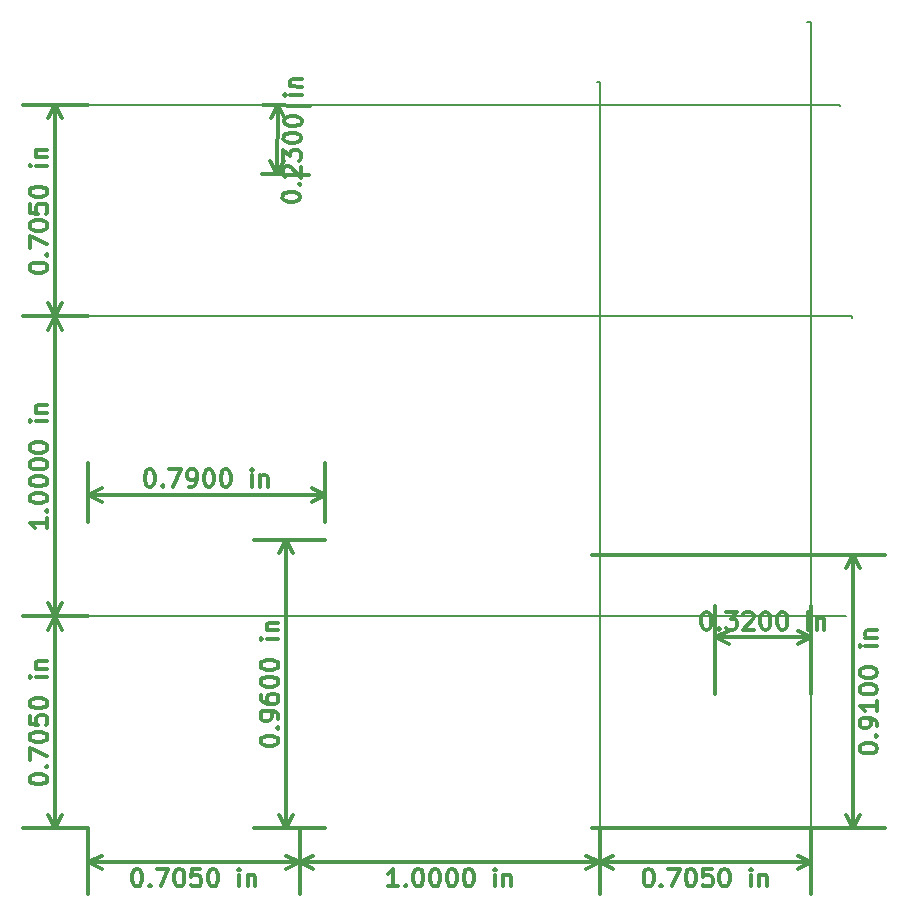
<source format=gbr>
%TF.GenerationSoftware,KiCad,Pcbnew,(5.1.10)-1*%
%TF.CreationDate,2022-09-07T11:24:22-03:00*%
%TF.ProjectId,OpenBCI_Wifi_Shield,4f70656e-4243-4495-9f57-6966695f5368,v1.0.0*%
%TF.SameCoordinates,Original*%
%TF.FileFunction,OtherDrawing,Comment*%
%FSLAX46Y46*%
G04 Gerber Fmt 4.6, Leading zero omitted, Abs format (unit mm)*
G04 Created by KiCad (PCBNEW (5.1.10)-1) date 2022-09-07 11:24:22*
%MOMM*%
%LPD*%
G01*
G04 APERTURE LIST*
%ADD10C,0.300000*%
%ADD11C,0.200000*%
G04 APERTURE END LIST*
D10*
X94163727Y-69312295D02*
X94166211Y-69169460D01*
X94240113Y-69027866D01*
X94312773Y-68957691D01*
X94456850Y-68888757D01*
X94743763Y-68822307D01*
X95100852Y-68828518D01*
X95385281Y-68904904D01*
X95526875Y-68978805D01*
X95597050Y-69051465D01*
X95665984Y-69195543D01*
X95663500Y-69338378D01*
X95589598Y-69479972D01*
X95516938Y-69550148D01*
X95372861Y-69619081D01*
X95085948Y-69685531D01*
X94728859Y-69679321D01*
X94444430Y-69602935D01*
X94302836Y-69529033D01*
X94232660Y-69456373D01*
X94163727Y-69312295D01*
X95540537Y-68193210D02*
X95613197Y-68123034D01*
X95683373Y-68195694D01*
X95610713Y-68265870D01*
X95540537Y-68193210D01*
X95683373Y-68195694D01*
X94337614Y-67529335D02*
X94267438Y-67456675D01*
X94198504Y-67312598D01*
X94204714Y-66955509D01*
X94278616Y-66813915D01*
X94351276Y-66743740D01*
X94495354Y-66674806D01*
X94638189Y-66677290D01*
X94851201Y-66752434D01*
X95693309Y-67624352D01*
X95709456Y-66695921D01*
X94218377Y-66169913D02*
X94234524Y-65241482D01*
X94797171Y-65751343D01*
X94800898Y-65537090D01*
X94874799Y-65395496D01*
X94947459Y-65325321D01*
X95091537Y-65256387D01*
X95448626Y-65262597D01*
X95590219Y-65336499D01*
X95660395Y-65409159D01*
X95729329Y-65553236D01*
X95721876Y-65981743D01*
X95647974Y-66123337D01*
X95575315Y-66193512D01*
X94250670Y-64313051D02*
X94253154Y-64170216D01*
X94327056Y-64028622D01*
X94399716Y-63958447D01*
X94543794Y-63889513D01*
X94830707Y-63823063D01*
X95187796Y-63829274D01*
X95472225Y-63905659D01*
X95613818Y-63979561D01*
X95683994Y-64052221D01*
X95752928Y-64196299D01*
X95750443Y-64339134D01*
X95676542Y-64480728D01*
X95603882Y-64550904D01*
X95459804Y-64619837D01*
X95172891Y-64686287D01*
X94815802Y-64680077D01*
X94531373Y-64603691D01*
X94389780Y-64529789D01*
X94319604Y-64457129D01*
X94250670Y-64313051D01*
X94275511Y-62884696D02*
X94277995Y-62741860D01*
X94351897Y-62600267D01*
X94424557Y-62530091D01*
X94568635Y-62461157D01*
X94855548Y-62394708D01*
X95212637Y-62400918D01*
X95497066Y-62477304D01*
X95638659Y-62551206D01*
X95708835Y-62623866D01*
X95777768Y-62767943D01*
X95775284Y-62910779D01*
X95701383Y-63052372D01*
X95628723Y-63122548D01*
X95484645Y-63191482D01*
X95197732Y-63257931D01*
X94840643Y-63251721D01*
X94556214Y-63175335D01*
X94414621Y-63101433D01*
X94344445Y-63028773D01*
X94275511Y-62884696D01*
X95815030Y-60625410D02*
X94815181Y-60608021D01*
X94315257Y-60599327D02*
X94385432Y-60671987D01*
X94458092Y-60601811D01*
X94387917Y-60529151D01*
X94315257Y-60599327D01*
X94458092Y-60601811D01*
X94827602Y-59893844D02*
X95827450Y-59911232D01*
X94970437Y-59896328D02*
X94900261Y-59823668D01*
X94831328Y-59679590D01*
X94835054Y-59465337D01*
X94908956Y-59323744D01*
X95053033Y-59254810D01*
X95838629Y-59268473D01*
X93771116Y-61489988D02*
X93669516Y-67331988D01*
X92506800Y-61468000D02*
X96470708Y-61536937D01*
X92405200Y-67310000D02*
X96369108Y-67378937D01*
X93669516Y-67331988D02*
X93102772Y-66195457D01*
X93669516Y-67331988D02*
X94275436Y-66215852D01*
X93771116Y-61489988D02*
X93165196Y-62606124D01*
X93771116Y-61489988D02*
X94337860Y-62626519D01*
X143022571Y-116017857D02*
X143022571Y-115875000D01*
X143094000Y-115732142D01*
X143165428Y-115660714D01*
X143308285Y-115589285D01*
X143594000Y-115517857D01*
X143951142Y-115517857D01*
X144236857Y-115589285D01*
X144379714Y-115660714D01*
X144451142Y-115732142D01*
X144522571Y-115875000D01*
X144522571Y-116017857D01*
X144451142Y-116160714D01*
X144379714Y-116232142D01*
X144236857Y-116303571D01*
X143951142Y-116375000D01*
X143594000Y-116375000D01*
X143308285Y-116303571D01*
X143165428Y-116232142D01*
X143094000Y-116160714D01*
X143022571Y-116017857D01*
X144379714Y-114875000D02*
X144451142Y-114803571D01*
X144522571Y-114875000D01*
X144451142Y-114946428D01*
X144379714Y-114875000D01*
X144522571Y-114875000D01*
X144522571Y-114089285D02*
X144522571Y-113803571D01*
X144451142Y-113660714D01*
X144379714Y-113589285D01*
X144165428Y-113446428D01*
X143879714Y-113375000D01*
X143308285Y-113375000D01*
X143165428Y-113446428D01*
X143094000Y-113517857D01*
X143022571Y-113660714D01*
X143022571Y-113946428D01*
X143094000Y-114089285D01*
X143165428Y-114160714D01*
X143308285Y-114232142D01*
X143665428Y-114232142D01*
X143808285Y-114160714D01*
X143879714Y-114089285D01*
X143951142Y-113946428D01*
X143951142Y-113660714D01*
X143879714Y-113517857D01*
X143808285Y-113446428D01*
X143665428Y-113375000D01*
X144522571Y-111946428D02*
X144522571Y-112803571D01*
X144522571Y-112375000D02*
X143022571Y-112375000D01*
X143236857Y-112517857D01*
X143379714Y-112660714D01*
X143451142Y-112803571D01*
X143022571Y-111017857D02*
X143022571Y-110875000D01*
X143094000Y-110732142D01*
X143165428Y-110660714D01*
X143308285Y-110589285D01*
X143594000Y-110517857D01*
X143951142Y-110517857D01*
X144236857Y-110589285D01*
X144379714Y-110660714D01*
X144451142Y-110732142D01*
X144522571Y-110875000D01*
X144522571Y-111017857D01*
X144451142Y-111160714D01*
X144379714Y-111232142D01*
X144236857Y-111303571D01*
X143951142Y-111375000D01*
X143594000Y-111375000D01*
X143308285Y-111303571D01*
X143165428Y-111232142D01*
X143094000Y-111160714D01*
X143022571Y-111017857D01*
X143022571Y-109589285D02*
X143022571Y-109446428D01*
X143094000Y-109303571D01*
X143165428Y-109232142D01*
X143308285Y-109160714D01*
X143594000Y-109089285D01*
X143951142Y-109089285D01*
X144236857Y-109160714D01*
X144379714Y-109232142D01*
X144451142Y-109303571D01*
X144522571Y-109446428D01*
X144522571Y-109589285D01*
X144451142Y-109732142D01*
X144379714Y-109803571D01*
X144236857Y-109875000D01*
X143951142Y-109946428D01*
X143594000Y-109946428D01*
X143308285Y-109875000D01*
X143165428Y-109803571D01*
X143094000Y-109732142D01*
X143022571Y-109589285D01*
X144522571Y-107303571D02*
X143522571Y-107303571D01*
X143022571Y-107303571D02*
X143094000Y-107375000D01*
X143165428Y-107303571D01*
X143094000Y-107232142D01*
X143022571Y-107303571D01*
X143165428Y-107303571D01*
X143522571Y-106589285D02*
X144522571Y-106589285D01*
X143665428Y-106589285D02*
X143594000Y-106517857D01*
X143522571Y-106375000D01*
X143522571Y-106160714D01*
X143594000Y-106017857D01*
X143736857Y-105946428D01*
X144522571Y-105946428D01*
X142494000Y-122682000D02*
X142494000Y-99568000D01*
X120396000Y-122682000D02*
X145194000Y-122682000D01*
X120396000Y-99568000D02*
X145194000Y-99568000D01*
X142494000Y-99568000D02*
X143080421Y-100694504D01*
X142494000Y-99568000D02*
X141907579Y-100694504D01*
X142494000Y-122682000D02*
X143080421Y-121555496D01*
X142494000Y-122682000D02*
X141907579Y-121555496D01*
X129981142Y-104381571D02*
X130124000Y-104381571D01*
X130266857Y-104453000D01*
X130338285Y-104524428D01*
X130409714Y-104667285D01*
X130481142Y-104953000D01*
X130481142Y-105310142D01*
X130409714Y-105595857D01*
X130338285Y-105738714D01*
X130266857Y-105810142D01*
X130124000Y-105881571D01*
X129981142Y-105881571D01*
X129838285Y-105810142D01*
X129766857Y-105738714D01*
X129695428Y-105595857D01*
X129624000Y-105310142D01*
X129624000Y-104953000D01*
X129695428Y-104667285D01*
X129766857Y-104524428D01*
X129838285Y-104453000D01*
X129981142Y-104381571D01*
X131124000Y-105738714D02*
X131195428Y-105810142D01*
X131124000Y-105881571D01*
X131052571Y-105810142D01*
X131124000Y-105738714D01*
X131124000Y-105881571D01*
X131695428Y-104381571D02*
X132624000Y-104381571D01*
X132124000Y-104953000D01*
X132338285Y-104953000D01*
X132481142Y-105024428D01*
X132552571Y-105095857D01*
X132624000Y-105238714D01*
X132624000Y-105595857D01*
X132552571Y-105738714D01*
X132481142Y-105810142D01*
X132338285Y-105881571D01*
X131909714Y-105881571D01*
X131766857Y-105810142D01*
X131695428Y-105738714D01*
X133195428Y-104524428D02*
X133266857Y-104453000D01*
X133409714Y-104381571D01*
X133766857Y-104381571D01*
X133909714Y-104453000D01*
X133981142Y-104524428D01*
X134052571Y-104667285D01*
X134052571Y-104810142D01*
X133981142Y-105024428D01*
X133124000Y-105881571D01*
X134052571Y-105881571D01*
X134981142Y-104381571D02*
X135124000Y-104381571D01*
X135266857Y-104453000D01*
X135338285Y-104524428D01*
X135409714Y-104667285D01*
X135481142Y-104953000D01*
X135481142Y-105310142D01*
X135409714Y-105595857D01*
X135338285Y-105738714D01*
X135266857Y-105810142D01*
X135124000Y-105881571D01*
X134981142Y-105881571D01*
X134838285Y-105810142D01*
X134766857Y-105738714D01*
X134695428Y-105595857D01*
X134624000Y-105310142D01*
X134624000Y-104953000D01*
X134695428Y-104667285D01*
X134766857Y-104524428D01*
X134838285Y-104453000D01*
X134981142Y-104381571D01*
X136409714Y-104381571D02*
X136552571Y-104381571D01*
X136695428Y-104453000D01*
X136766857Y-104524428D01*
X136838285Y-104667285D01*
X136909714Y-104953000D01*
X136909714Y-105310142D01*
X136838285Y-105595857D01*
X136766857Y-105738714D01*
X136695428Y-105810142D01*
X136552571Y-105881571D01*
X136409714Y-105881571D01*
X136266857Y-105810142D01*
X136195428Y-105738714D01*
X136124000Y-105595857D01*
X136052571Y-105310142D01*
X136052571Y-104953000D01*
X136124000Y-104667285D01*
X136195428Y-104524428D01*
X136266857Y-104453000D01*
X136409714Y-104381571D01*
X138695428Y-105881571D02*
X138695428Y-104881571D01*
X138695428Y-104381571D02*
X138624000Y-104453000D01*
X138695428Y-104524428D01*
X138766857Y-104453000D01*
X138695428Y-104381571D01*
X138695428Y-104524428D01*
X139409714Y-104881571D02*
X139409714Y-105881571D01*
X139409714Y-105024428D02*
X139481142Y-104953000D01*
X139624000Y-104881571D01*
X139838285Y-104881571D01*
X139981142Y-104953000D01*
X140052571Y-105095857D01*
X140052571Y-105881571D01*
X138938000Y-106553000D02*
X130810000Y-106553000D01*
X138938000Y-111379000D02*
X138938000Y-103853000D01*
X130810000Y-111379000D02*
X130810000Y-103853000D01*
X130810000Y-106553000D02*
X131936504Y-105966579D01*
X130810000Y-106553000D02*
X131936504Y-107139421D01*
X138938000Y-106553000D02*
X137811496Y-105966579D01*
X138938000Y-106553000D02*
X137811496Y-107139421D01*
X92316571Y-115382857D02*
X92316571Y-115240000D01*
X92388000Y-115097142D01*
X92459428Y-115025714D01*
X92602285Y-114954285D01*
X92888000Y-114882857D01*
X93245142Y-114882857D01*
X93530857Y-114954285D01*
X93673714Y-115025714D01*
X93745142Y-115097142D01*
X93816571Y-115240000D01*
X93816571Y-115382857D01*
X93745142Y-115525714D01*
X93673714Y-115597142D01*
X93530857Y-115668571D01*
X93245142Y-115740000D01*
X92888000Y-115740000D01*
X92602285Y-115668571D01*
X92459428Y-115597142D01*
X92388000Y-115525714D01*
X92316571Y-115382857D01*
X93673714Y-114240000D02*
X93745142Y-114168571D01*
X93816571Y-114240000D01*
X93745142Y-114311428D01*
X93673714Y-114240000D01*
X93816571Y-114240000D01*
X93816571Y-113454285D02*
X93816571Y-113168571D01*
X93745142Y-113025714D01*
X93673714Y-112954285D01*
X93459428Y-112811428D01*
X93173714Y-112740000D01*
X92602285Y-112740000D01*
X92459428Y-112811428D01*
X92388000Y-112882857D01*
X92316571Y-113025714D01*
X92316571Y-113311428D01*
X92388000Y-113454285D01*
X92459428Y-113525714D01*
X92602285Y-113597142D01*
X92959428Y-113597142D01*
X93102285Y-113525714D01*
X93173714Y-113454285D01*
X93245142Y-113311428D01*
X93245142Y-113025714D01*
X93173714Y-112882857D01*
X93102285Y-112811428D01*
X92959428Y-112740000D01*
X92316571Y-111454285D02*
X92316571Y-111740000D01*
X92388000Y-111882857D01*
X92459428Y-111954285D01*
X92673714Y-112097142D01*
X92959428Y-112168571D01*
X93530857Y-112168571D01*
X93673714Y-112097142D01*
X93745142Y-112025714D01*
X93816571Y-111882857D01*
X93816571Y-111597142D01*
X93745142Y-111454285D01*
X93673714Y-111382857D01*
X93530857Y-111311428D01*
X93173714Y-111311428D01*
X93030857Y-111382857D01*
X92959428Y-111454285D01*
X92888000Y-111597142D01*
X92888000Y-111882857D01*
X92959428Y-112025714D01*
X93030857Y-112097142D01*
X93173714Y-112168571D01*
X92316571Y-110382857D02*
X92316571Y-110240000D01*
X92388000Y-110097142D01*
X92459428Y-110025714D01*
X92602285Y-109954285D01*
X92888000Y-109882857D01*
X93245142Y-109882857D01*
X93530857Y-109954285D01*
X93673714Y-110025714D01*
X93745142Y-110097142D01*
X93816571Y-110240000D01*
X93816571Y-110382857D01*
X93745142Y-110525714D01*
X93673714Y-110597142D01*
X93530857Y-110668571D01*
X93245142Y-110740000D01*
X92888000Y-110740000D01*
X92602285Y-110668571D01*
X92459428Y-110597142D01*
X92388000Y-110525714D01*
X92316571Y-110382857D01*
X92316571Y-108954285D02*
X92316571Y-108811428D01*
X92388000Y-108668571D01*
X92459428Y-108597142D01*
X92602285Y-108525714D01*
X92888000Y-108454285D01*
X93245142Y-108454285D01*
X93530857Y-108525714D01*
X93673714Y-108597142D01*
X93745142Y-108668571D01*
X93816571Y-108811428D01*
X93816571Y-108954285D01*
X93745142Y-109097142D01*
X93673714Y-109168571D01*
X93530857Y-109240000D01*
X93245142Y-109311428D01*
X92888000Y-109311428D01*
X92602285Y-109240000D01*
X92459428Y-109168571D01*
X92388000Y-109097142D01*
X92316571Y-108954285D01*
X93816571Y-106668571D02*
X92816571Y-106668571D01*
X92316571Y-106668571D02*
X92388000Y-106740000D01*
X92459428Y-106668571D01*
X92388000Y-106597142D01*
X92316571Y-106668571D01*
X92459428Y-106668571D01*
X92816571Y-105954285D02*
X93816571Y-105954285D01*
X92959428Y-105954285D02*
X92888000Y-105882857D01*
X92816571Y-105740000D01*
X92816571Y-105525714D01*
X92888000Y-105382857D01*
X93030857Y-105311428D01*
X93816571Y-105311428D01*
X94488000Y-122682000D02*
X94488000Y-98298000D01*
X97790000Y-122682000D02*
X91788000Y-122682000D01*
X97790000Y-98298000D02*
X91788000Y-98298000D01*
X94488000Y-98298000D02*
X95074421Y-99424504D01*
X94488000Y-98298000D02*
X93901579Y-99424504D01*
X94488000Y-122682000D02*
X95074421Y-121555496D01*
X94488000Y-122682000D02*
X93901579Y-121555496D01*
X82864142Y-92316571D02*
X83007000Y-92316571D01*
X83149857Y-92388000D01*
X83221285Y-92459428D01*
X83292714Y-92602285D01*
X83364142Y-92888000D01*
X83364142Y-93245142D01*
X83292714Y-93530857D01*
X83221285Y-93673714D01*
X83149857Y-93745142D01*
X83007000Y-93816571D01*
X82864142Y-93816571D01*
X82721285Y-93745142D01*
X82649857Y-93673714D01*
X82578428Y-93530857D01*
X82507000Y-93245142D01*
X82507000Y-92888000D01*
X82578428Y-92602285D01*
X82649857Y-92459428D01*
X82721285Y-92388000D01*
X82864142Y-92316571D01*
X84007000Y-93673714D02*
X84078428Y-93745142D01*
X84007000Y-93816571D01*
X83935571Y-93745142D01*
X84007000Y-93673714D01*
X84007000Y-93816571D01*
X84578428Y-92316571D02*
X85578428Y-92316571D01*
X84935571Y-93816571D01*
X86221285Y-93816571D02*
X86507000Y-93816571D01*
X86649857Y-93745142D01*
X86721285Y-93673714D01*
X86864142Y-93459428D01*
X86935571Y-93173714D01*
X86935571Y-92602285D01*
X86864142Y-92459428D01*
X86792714Y-92388000D01*
X86649857Y-92316571D01*
X86364142Y-92316571D01*
X86221285Y-92388000D01*
X86149857Y-92459428D01*
X86078428Y-92602285D01*
X86078428Y-92959428D01*
X86149857Y-93102285D01*
X86221285Y-93173714D01*
X86364142Y-93245142D01*
X86649857Y-93245142D01*
X86792714Y-93173714D01*
X86864142Y-93102285D01*
X86935571Y-92959428D01*
X87864142Y-92316571D02*
X88007000Y-92316571D01*
X88149857Y-92388000D01*
X88221285Y-92459428D01*
X88292714Y-92602285D01*
X88364142Y-92888000D01*
X88364142Y-93245142D01*
X88292714Y-93530857D01*
X88221285Y-93673714D01*
X88149857Y-93745142D01*
X88007000Y-93816571D01*
X87864142Y-93816571D01*
X87721285Y-93745142D01*
X87649857Y-93673714D01*
X87578428Y-93530857D01*
X87507000Y-93245142D01*
X87507000Y-92888000D01*
X87578428Y-92602285D01*
X87649857Y-92459428D01*
X87721285Y-92388000D01*
X87864142Y-92316571D01*
X89292714Y-92316571D02*
X89435571Y-92316571D01*
X89578428Y-92388000D01*
X89649857Y-92459428D01*
X89721285Y-92602285D01*
X89792714Y-92888000D01*
X89792714Y-93245142D01*
X89721285Y-93530857D01*
X89649857Y-93673714D01*
X89578428Y-93745142D01*
X89435571Y-93816571D01*
X89292714Y-93816571D01*
X89149857Y-93745142D01*
X89078428Y-93673714D01*
X89007000Y-93530857D01*
X88935571Y-93245142D01*
X88935571Y-92888000D01*
X89007000Y-92602285D01*
X89078428Y-92459428D01*
X89149857Y-92388000D01*
X89292714Y-92316571D01*
X91578428Y-93816571D02*
X91578428Y-92816571D01*
X91578428Y-92316571D02*
X91507000Y-92388000D01*
X91578428Y-92459428D01*
X91649857Y-92388000D01*
X91578428Y-92316571D01*
X91578428Y-92459428D01*
X92292714Y-92816571D02*
X92292714Y-93816571D01*
X92292714Y-92959428D02*
X92364142Y-92888000D01*
X92507000Y-92816571D01*
X92721285Y-92816571D01*
X92864142Y-92888000D01*
X92935571Y-93030857D01*
X92935571Y-93816571D01*
X77724000Y-94488000D02*
X97790000Y-94488000D01*
X77724000Y-96774000D02*
X77724000Y-91788000D01*
X97790000Y-96774000D02*
X97790000Y-91788000D01*
X97790000Y-94488000D02*
X96663496Y-95074421D01*
X97790000Y-94488000D02*
X96663496Y-93901579D01*
X77724000Y-94488000D02*
X78850504Y-95074421D01*
X77724000Y-94488000D02*
X78850504Y-93901579D01*
D11*
X142367000Y-79375000D02*
X142367000Y-79502000D01*
X77724000Y-79375000D02*
X142367000Y-79375000D01*
X77724000Y-104775000D02*
X141859000Y-104775000D01*
X121031000Y-59563000D02*
X120777000Y-59563000D01*
X121031000Y-122682000D02*
X121031000Y-59563000D01*
X141351000Y-61468000D02*
X141351000Y-61595000D01*
X77724000Y-61468000D02*
X141351000Y-61468000D01*
X138938000Y-54483000D02*
X138557000Y-54483000D01*
X138938000Y-122555000D02*
X138938000Y-54483000D01*
D10*
X72758571Y-75314357D02*
X72758571Y-75171500D01*
X72830000Y-75028642D01*
X72901428Y-74957214D01*
X73044285Y-74885785D01*
X73330000Y-74814357D01*
X73687142Y-74814357D01*
X73972857Y-74885785D01*
X74115714Y-74957214D01*
X74187142Y-75028642D01*
X74258571Y-75171500D01*
X74258571Y-75314357D01*
X74187142Y-75457214D01*
X74115714Y-75528642D01*
X73972857Y-75600071D01*
X73687142Y-75671500D01*
X73330000Y-75671500D01*
X73044285Y-75600071D01*
X72901428Y-75528642D01*
X72830000Y-75457214D01*
X72758571Y-75314357D01*
X74115714Y-74171500D02*
X74187142Y-74100071D01*
X74258571Y-74171500D01*
X74187142Y-74242928D01*
X74115714Y-74171500D01*
X74258571Y-74171500D01*
X72758571Y-73600071D02*
X72758571Y-72600071D01*
X74258571Y-73242928D01*
X72758571Y-71742928D02*
X72758571Y-71600071D01*
X72830000Y-71457214D01*
X72901428Y-71385785D01*
X73044285Y-71314357D01*
X73330000Y-71242928D01*
X73687142Y-71242928D01*
X73972857Y-71314357D01*
X74115714Y-71385785D01*
X74187142Y-71457214D01*
X74258571Y-71600071D01*
X74258571Y-71742928D01*
X74187142Y-71885785D01*
X74115714Y-71957214D01*
X73972857Y-72028642D01*
X73687142Y-72100071D01*
X73330000Y-72100071D01*
X73044285Y-72028642D01*
X72901428Y-71957214D01*
X72830000Y-71885785D01*
X72758571Y-71742928D01*
X72758571Y-69885785D02*
X72758571Y-70600071D01*
X73472857Y-70671500D01*
X73401428Y-70600071D01*
X73330000Y-70457214D01*
X73330000Y-70100071D01*
X73401428Y-69957214D01*
X73472857Y-69885785D01*
X73615714Y-69814357D01*
X73972857Y-69814357D01*
X74115714Y-69885785D01*
X74187142Y-69957214D01*
X74258571Y-70100071D01*
X74258571Y-70457214D01*
X74187142Y-70600071D01*
X74115714Y-70671500D01*
X72758571Y-68885785D02*
X72758571Y-68742928D01*
X72830000Y-68600071D01*
X72901428Y-68528642D01*
X73044285Y-68457214D01*
X73330000Y-68385785D01*
X73687142Y-68385785D01*
X73972857Y-68457214D01*
X74115714Y-68528642D01*
X74187142Y-68600071D01*
X74258571Y-68742928D01*
X74258571Y-68885785D01*
X74187142Y-69028642D01*
X74115714Y-69100071D01*
X73972857Y-69171500D01*
X73687142Y-69242928D01*
X73330000Y-69242928D01*
X73044285Y-69171500D01*
X72901428Y-69100071D01*
X72830000Y-69028642D01*
X72758571Y-68885785D01*
X74258571Y-66600071D02*
X73258571Y-66600071D01*
X72758571Y-66600071D02*
X72830000Y-66671500D01*
X72901428Y-66600071D01*
X72830000Y-66528642D01*
X72758571Y-66600071D01*
X72901428Y-66600071D01*
X73258571Y-65885785D02*
X74258571Y-65885785D01*
X73401428Y-65885785D02*
X73330000Y-65814357D01*
X73258571Y-65671500D01*
X73258571Y-65457214D01*
X73330000Y-65314357D01*
X73472857Y-65242928D01*
X74258571Y-65242928D01*
X74930000Y-79375000D02*
X74930000Y-61468000D01*
X77724000Y-79375000D02*
X72230000Y-79375000D01*
X77724000Y-61468000D02*
X72230000Y-61468000D01*
X74930000Y-61468000D02*
X75516421Y-62594504D01*
X74930000Y-61468000D02*
X74343579Y-62594504D01*
X74930000Y-79375000D02*
X75516421Y-78248496D01*
X74930000Y-79375000D02*
X74343579Y-78248496D01*
X74258571Y-96467857D02*
X74258571Y-97325000D01*
X74258571Y-96896428D02*
X72758571Y-96896428D01*
X72972857Y-97039285D01*
X73115714Y-97182142D01*
X73187142Y-97325000D01*
X74115714Y-95825000D02*
X74187142Y-95753571D01*
X74258571Y-95825000D01*
X74187142Y-95896428D01*
X74115714Y-95825000D01*
X74258571Y-95825000D01*
X72758571Y-94825000D02*
X72758571Y-94682142D01*
X72830000Y-94539285D01*
X72901428Y-94467857D01*
X73044285Y-94396428D01*
X73330000Y-94325000D01*
X73687142Y-94325000D01*
X73972857Y-94396428D01*
X74115714Y-94467857D01*
X74187142Y-94539285D01*
X74258571Y-94682142D01*
X74258571Y-94825000D01*
X74187142Y-94967857D01*
X74115714Y-95039285D01*
X73972857Y-95110714D01*
X73687142Y-95182142D01*
X73330000Y-95182142D01*
X73044285Y-95110714D01*
X72901428Y-95039285D01*
X72830000Y-94967857D01*
X72758571Y-94825000D01*
X72758571Y-93396428D02*
X72758571Y-93253571D01*
X72830000Y-93110714D01*
X72901428Y-93039285D01*
X73044285Y-92967857D01*
X73330000Y-92896428D01*
X73687142Y-92896428D01*
X73972857Y-92967857D01*
X74115714Y-93039285D01*
X74187142Y-93110714D01*
X74258571Y-93253571D01*
X74258571Y-93396428D01*
X74187142Y-93539285D01*
X74115714Y-93610714D01*
X73972857Y-93682142D01*
X73687142Y-93753571D01*
X73330000Y-93753571D01*
X73044285Y-93682142D01*
X72901428Y-93610714D01*
X72830000Y-93539285D01*
X72758571Y-93396428D01*
X72758571Y-91967857D02*
X72758571Y-91825000D01*
X72830000Y-91682142D01*
X72901428Y-91610714D01*
X73044285Y-91539285D01*
X73330000Y-91467857D01*
X73687142Y-91467857D01*
X73972857Y-91539285D01*
X74115714Y-91610714D01*
X74187142Y-91682142D01*
X74258571Y-91825000D01*
X74258571Y-91967857D01*
X74187142Y-92110714D01*
X74115714Y-92182142D01*
X73972857Y-92253571D01*
X73687142Y-92325000D01*
X73330000Y-92325000D01*
X73044285Y-92253571D01*
X72901428Y-92182142D01*
X72830000Y-92110714D01*
X72758571Y-91967857D01*
X72758571Y-90539285D02*
X72758571Y-90396428D01*
X72830000Y-90253571D01*
X72901428Y-90182142D01*
X73044285Y-90110714D01*
X73330000Y-90039285D01*
X73687142Y-90039285D01*
X73972857Y-90110714D01*
X74115714Y-90182142D01*
X74187142Y-90253571D01*
X74258571Y-90396428D01*
X74258571Y-90539285D01*
X74187142Y-90682142D01*
X74115714Y-90753571D01*
X73972857Y-90825000D01*
X73687142Y-90896428D01*
X73330000Y-90896428D01*
X73044285Y-90825000D01*
X72901428Y-90753571D01*
X72830000Y-90682142D01*
X72758571Y-90539285D01*
X74258571Y-88253571D02*
X73258571Y-88253571D01*
X72758571Y-88253571D02*
X72830000Y-88325000D01*
X72901428Y-88253571D01*
X72830000Y-88182142D01*
X72758571Y-88253571D01*
X72901428Y-88253571D01*
X73258571Y-87539285D02*
X74258571Y-87539285D01*
X73401428Y-87539285D02*
X73330000Y-87467857D01*
X73258571Y-87325000D01*
X73258571Y-87110714D01*
X73330000Y-86967857D01*
X73472857Y-86896428D01*
X74258571Y-86896428D01*
X74930000Y-104775000D02*
X74930000Y-79375000D01*
X77724000Y-104775000D02*
X72230000Y-104775000D01*
X77724000Y-79375000D02*
X72230000Y-79375000D01*
X74930000Y-79375000D02*
X75516421Y-80501504D01*
X74930000Y-79375000D02*
X74343579Y-80501504D01*
X74930000Y-104775000D02*
X75516421Y-103648496D01*
X74930000Y-104775000D02*
X74343579Y-103648496D01*
X72758571Y-118621357D02*
X72758571Y-118478500D01*
X72830000Y-118335642D01*
X72901428Y-118264214D01*
X73044285Y-118192785D01*
X73330000Y-118121357D01*
X73687142Y-118121357D01*
X73972857Y-118192785D01*
X74115714Y-118264214D01*
X74187142Y-118335642D01*
X74258571Y-118478500D01*
X74258571Y-118621357D01*
X74187142Y-118764214D01*
X74115714Y-118835642D01*
X73972857Y-118907071D01*
X73687142Y-118978500D01*
X73330000Y-118978500D01*
X73044285Y-118907071D01*
X72901428Y-118835642D01*
X72830000Y-118764214D01*
X72758571Y-118621357D01*
X74115714Y-117478500D02*
X74187142Y-117407071D01*
X74258571Y-117478500D01*
X74187142Y-117549928D01*
X74115714Y-117478500D01*
X74258571Y-117478500D01*
X72758571Y-116907071D02*
X72758571Y-115907071D01*
X74258571Y-116549928D01*
X72758571Y-115049928D02*
X72758571Y-114907071D01*
X72830000Y-114764214D01*
X72901428Y-114692785D01*
X73044285Y-114621357D01*
X73330000Y-114549928D01*
X73687142Y-114549928D01*
X73972857Y-114621357D01*
X74115714Y-114692785D01*
X74187142Y-114764214D01*
X74258571Y-114907071D01*
X74258571Y-115049928D01*
X74187142Y-115192785D01*
X74115714Y-115264214D01*
X73972857Y-115335642D01*
X73687142Y-115407071D01*
X73330000Y-115407071D01*
X73044285Y-115335642D01*
X72901428Y-115264214D01*
X72830000Y-115192785D01*
X72758571Y-115049928D01*
X72758571Y-113192785D02*
X72758571Y-113907071D01*
X73472857Y-113978500D01*
X73401428Y-113907071D01*
X73330000Y-113764214D01*
X73330000Y-113407071D01*
X73401428Y-113264214D01*
X73472857Y-113192785D01*
X73615714Y-113121357D01*
X73972857Y-113121357D01*
X74115714Y-113192785D01*
X74187142Y-113264214D01*
X74258571Y-113407071D01*
X74258571Y-113764214D01*
X74187142Y-113907071D01*
X74115714Y-113978500D01*
X72758571Y-112192785D02*
X72758571Y-112049928D01*
X72830000Y-111907071D01*
X72901428Y-111835642D01*
X73044285Y-111764214D01*
X73330000Y-111692785D01*
X73687142Y-111692785D01*
X73972857Y-111764214D01*
X74115714Y-111835642D01*
X74187142Y-111907071D01*
X74258571Y-112049928D01*
X74258571Y-112192785D01*
X74187142Y-112335642D01*
X74115714Y-112407071D01*
X73972857Y-112478500D01*
X73687142Y-112549928D01*
X73330000Y-112549928D01*
X73044285Y-112478500D01*
X72901428Y-112407071D01*
X72830000Y-112335642D01*
X72758571Y-112192785D01*
X74258571Y-109907071D02*
X73258571Y-109907071D01*
X72758571Y-109907071D02*
X72830000Y-109978500D01*
X72901428Y-109907071D01*
X72830000Y-109835642D01*
X72758571Y-109907071D01*
X72901428Y-109907071D01*
X73258571Y-109192785D02*
X74258571Y-109192785D01*
X73401428Y-109192785D02*
X73330000Y-109121357D01*
X73258571Y-108978500D01*
X73258571Y-108764214D01*
X73330000Y-108621357D01*
X73472857Y-108549928D01*
X74258571Y-108549928D01*
X74930000Y-122682000D02*
X74930000Y-104775000D01*
X77724000Y-122682000D02*
X72230000Y-122682000D01*
X77724000Y-104775000D02*
X72230000Y-104775000D01*
X74930000Y-104775000D02*
X75516421Y-105901504D01*
X74930000Y-104775000D02*
X74343579Y-105901504D01*
X74930000Y-122682000D02*
X75516421Y-121555496D01*
X74930000Y-122682000D02*
X74343579Y-121555496D01*
X125091642Y-126131571D02*
X125234500Y-126131571D01*
X125377357Y-126203000D01*
X125448785Y-126274428D01*
X125520214Y-126417285D01*
X125591642Y-126703000D01*
X125591642Y-127060142D01*
X125520214Y-127345857D01*
X125448785Y-127488714D01*
X125377357Y-127560142D01*
X125234500Y-127631571D01*
X125091642Y-127631571D01*
X124948785Y-127560142D01*
X124877357Y-127488714D01*
X124805928Y-127345857D01*
X124734500Y-127060142D01*
X124734500Y-126703000D01*
X124805928Y-126417285D01*
X124877357Y-126274428D01*
X124948785Y-126203000D01*
X125091642Y-126131571D01*
X126234500Y-127488714D02*
X126305928Y-127560142D01*
X126234500Y-127631571D01*
X126163071Y-127560142D01*
X126234500Y-127488714D01*
X126234500Y-127631571D01*
X126805928Y-126131571D02*
X127805928Y-126131571D01*
X127163071Y-127631571D01*
X128663071Y-126131571D02*
X128805928Y-126131571D01*
X128948785Y-126203000D01*
X129020214Y-126274428D01*
X129091642Y-126417285D01*
X129163071Y-126703000D01*
X129163071Y-127060142D01*
X129091642Y-127345857D01*
X129020214Y-127488714D01*
X128948785Y-127560142D01*
X128805928Y-127631571D01*
X128663071Y-127631571D01*
X128520214Y-127560142D01*
X128448785Y-127488714D01*
X128377357Y-127345857D01*
X128305928Y-127060142D01*
X128305928Y-126703000D01*
X128377357Y-126417285D01*
X128448785Y-126274428D01*
X128520214Y-126203000D01*
X128663071Y-126131571D01*
X130520214Y-126131571D02*
X129805928Y-126131571D01*
X129734500Y-126845857D01*
X129805928Y-126774428D01*
X129948785Y-126703000D01*
X130305928Y-126703000D01*
X130448785Y-126774428D01*
X130520214Y-126845857D01*
X130591642Y-126988714D01*
X130591642Y-127345857D01*
X130520214Y-127488714D01*
X130448785Y-127560142D01*
X130305928Y-127631571D01*
X129948785Y-127631571D01*
X129805928Y-127560142D01*
X129734500Y-127488714D01*
X131520214Y-126131571D02*
X131663071Y-126131571D01*
X131805928Y-126203000D01*
X131877357Y-126274428D01*
X131948785Y-126417285D01*
X132020214Y-126703000D01*
X132020214Y-127060142D01*
X131948785Y-127345857D01*
X131877357Y-127488714D01*
X131805928Y-127560142D01*
X131663071Y-127631571D01*
X131520214Y-127631571D01*
X131377357Y-127560142D01*
X131305928Y-127488714D01*
X131234500Y-127345857D01*
X131163071Y-127060142D01*
X131163071Y-126703000D01*
X131234500Y-126417285D01*
X131305928Y-126274428D01*
X131377357Y-126203000D01*
X131520214Y-126131571D01*
X133805928Y-127631571D02*
X133805928Y-126631571D01*
X133805928Y-126131571D02*
X133734500Y-126203000D01*
X133805928Y-126274428D01*
X133877357Y-126203000D01*
X133805928Y-126131571D01*
X133805928Y-126274428D01*
X134520214Y-126631571D02*
X134520214Y-127631571D01*
X134520214Y-126774428D02*
X134591642Y-126703000D01*
X134734500Y-126631571D01*
X134948785Y-126631571D01*
X135091642Y-126703000D01*
X135163071Y-126845857D01*
X135163071Y-127631571D01*
X121031000Y-125603000D02*
X138938000Y-125603000D01*
X121031000Y-122682000D02*
X121031000Y-128303000D01*
X138938000Y-122682000D02*
X138938000Y-128303000D01*
X138938000Y-125603000D02*
X137811496Y-126189421D01*
X138938000Y-125603000D02*
X137811496Y-125016579D01*
X121031000Y-125603000D02*
X122157504Y-126189421D01*
X121031000Y-125603000D02*
X122157504Y-125016579D01*
X103938142Y-127631570D02*
X103081000Y-127631570D01*
X103509571Y-127631570D02*
X103509571Y-126131570D01*
X103366714Y-126345856D01*
X103223857Y-126488713D01*
X103081000Y-126560141D01*
X104581000Y-127488713D02*
X104652428Y-127560141D01*
X104581000Y-127631570D01*
X104509571Y-127560141D01*
X104581000Y-127488713D01*
X104581000Y-127631570D01*
X105581000Y-126131570D02*
X105723857Y-126131570D01*
X105866714Y-126202999D01*
X105938142Y-126274427D01*
X106009571Y-126417284D01*
X106081000Y-126702999D01*
X106081000Y-127060141D01*
X106009571Y-127345856D01*
X105938142Y-127488713D01*
X105866714Y-127560141D01*
X105723857Y-127631570D01*
X105581000Y-127631570D01*
X105438142Y-127560141D01*
X105366714Y-127488713D01*
X105295285Y-127345856D01*
X105223857Y-127060141D01*
X105223857Y-126702999D01*
X105295285Y-126417284D01*
X105366714Y-126274427D01*
X105438142Y-126202999D01*
X105581000Y-126131570D01*
X107009571Y-126131570D02*
X107152428Y-126131570D01*
X107295285Y-126202999D01*
X107366714Y-126274427D01*
X107438142Y-126417284D01*
X107509571Y-126702999D01*
X107509571Y-127060141D01*
X107438142Y-127345856D01*
X107366714Y-127488713D01*
X107295285Y-127560141D01*
X107152428Y-127631570D01*
X107009571Y-127631570D01*
X106866714Y-127560141D01*
X106795285Y-127488713D01*
X106723857Y-127345856D01*
X106652428Y-127060141D01*
X106652428Y-126702999D01*
X106723857Y-126417284D01*
X106795285Y-126274427D01*
X106866714Y-126202999D01*
X107009571Y-126131570D01*
X108438142Y-126131570D02*
X108581000Y-126131570D01*
X108723857Y-126202999D01*
X108795285Y-126274427D01*
X108866714Y-126417284D01*
X108938142Y-126702999D01*
X108938142Y-127060141D01*
X108866714Y-127345856D01*
X108795285Y-127488713D01*
X108723857Y-127560141D01*
X108581000Y-127631570D01*
X108438142Y-127631570D01*
X108295285Y-127560141D01*
X108223857Y-127488713D01*
X108152428Y-127345856D01*
X108081000Y-127060141D01*
X108081000Y-126702999D01*
X108152428Y-126417284D01*
X108223857Y-126274427D01*
X108295285Y-126202999D01*
X108438142Y-126131570D01*
X109866714Y-126131570D02*
X110009571Y-126131570D01*
X110152428Y-126202999D01*
X110223857Y-126274427D01*
X110295285Y-126417284D01*
X110366714Y-126702999D01*
X110366714Y-127060141D01*
X110295285Y-127345856D01*
X110223857Y-127488713D01*
X110152428Y-127560141D01*
X110009571Y-127631570D01*
X109866714Y-127631570D01*
X109723857Y-127560141D01*
X109652428Y-127488713D01*
X109581000Y-127345856D01*
X109509571Y-127060141D01*
X109509571Y-126702999D01*
X109581000Y-126417284D01*
X109652428Y-126274427D01*
X109723857Y-126202999D01*
X109866714Y-126131570D01*
X112152428Y-127631570D02*
X112152428Y-126631570D01*
X112152428Y-126131570D02*
X112081000Y-126202999D01*
X112152428Y-126274427D01*
X112223857Y-126202999D01*
X112152428Y-126131570D01*
X112152428Y-126274427D01*
X112866714Y-126631570D02*
X112866714Y-127631570D01*
X112866714Y-126774427D02*
X112938142Y-126702999D01*
X113081000Y-126631570D01*
X113295285Y-126631570D01*
X113438142Y-126702999D01*
X113509571Y-126845856D01*
X113509571Y-127631570D01*
X95631000Y-125602999D02*
X121031000Y-125602999D01*
X95631000Y-122682000D02*
X95631000Y-128302999D01*
X121031000Y-122682000D02*
X121031000Y-128302999D01*
X121031000Y-125602999D02*
X119904496Y-126189420D01*
X121031000Y-125602999D02*
X119904496Y-125016578D01*
X95631000Y-125602999D02*
X96757504Y-126189420D01*
X95631000Y-125602999D02*
X96757504Y-125016578D01*
X81784642Y-126131571D02*
X81927500Y-126131571D01*
X82070357Y-126203000D01*
X82141785Y-126274428D01*
X82213214Y-126417285D01*
X82284642Y-126703000D01*
X82284642Y-127060142D01*
X82213214Y-127345857D01*
X82141785Y-127488714D01*
X82070357Y-127560142D01*
X81927500Y-127631571D01*
X81784642Y-127631571D01*
X81641785Y-127560142D01*
X81570357Y-127488714D01*
X81498928Y-127345857D01*
X81427500Y-127060142D01*
X81427500Y-126703000D01*
X81498928Y-126417285D01*
X81570357Y-126274428D01*
X81641785Y-126203000D01*
X81784642Y-126131571D01*
X82927500Y-127488714D02*
X82998928Y-127560142D01*
X82927500Y-127631571D01*
X82856071Y-127560142D01*
X82927500Y-127488714D01*
X82927500Y-127631571D01*
X83498928Y-126131571D02*
X84498928Y-126131571D01*
X83856071Y-127631571D01*
X85356071Y-126131571D02*
X85498928Y-126131571D01*
X85641785Y-126203000D01*
X85713214Y-126274428D01*
X85784642Y-126417285D01*
X85856071Y-126703000D01*
X85856071Y-127060142D01*
X85784642Y-127345857D01*
X85713214Y-127488714D01*
X85641785Y-127560142D01*
X85498928Y-127631571D01*
X85356071Y-127631571D01*
X85213214Y-127560142D01*
X85141785Y-127488714D01*
X85070357Y-127345857D01*
X84998928Y-127060142D01*
X84998928Y-126703000D01*
X85070357Y-126417285D01*
X85141785Y-126274428D01*
X85213214Y-126203000D01*
X85356071Y-126131571D01*
X87213214Y-126131571D02*
X86498928Y-126131571D01*
X86427500Y-126845857D01*
X86498928Y-126774428D01*
X86641785Y-126703000D01*
X86998928Y-126703000D01*
X87141785Y-126774428D01*
X87213214Y-126845857D01*
X87284642Y-126988714D01*
X87284642Y-127345857D01*
X87213214Y-127488714D01*
X87141785Y-127560142D01*
X86998928Y-127631571D01*
X86641785Y-127631571D01*
X86498928Y-127560142D01*
X86427500Y-127488714D01*
X88213214Y-126131571D02*
X88356071Y-126131571D01*
X88498928Y-126203000D01*
X88570357Y-126274428D01*
X88641785Y-126417285D01*
X88713214Y-126703000D01*
X88713214Y-127060142D01*
X88641785Y-127345857D01*
X88570357Y-127488714D01*
X88498928Y-127560142D01*
X88356071Y-127631571D01*
X88213214Y-127631571D01*
X88070357Y-127560142D01*
X87998928Y-127488714D01*
X87927500Y-127345857D01*
X87856071Y-127060142D01*
X87856071Y-126703000D01*
X87927500Y-126417285D01*
X87998928Y-126274428D01*
X88070357Y-126203000D01*
X88213214Y-126131571D01*
X90498928Y-127631571D02*
X90498928Y-126631571D01*
X90498928Y-126131571D02*
X90427500Y-126203000D01*
X90498928Y-126274428D01*
X90570357Y-126203000D01*
X90498928Y-126131571D01*
X90498928Y-126274428D01*
X91213214Y-126631571D02*
X91213214Y-127631571D01*
X91213214Y-126774428D02*
X91284642Y-126703000D01*
X91427500Y-126631571D01*
X91641785Y-126631571D01*
X91784642Y-126703000D01*
X91856071Y-126845857D01*
X91856071Y-127631571D01*
X77724000Y-125603000D02*
X95631000Y-125603000D01*
X77724000Y-122682000D02*
X77724000Y-128303000D01*
X95631000Y-122682000D02*
X95631000Y-128303000D01*
X95631000Y-125603000D02*
X94504496Y-126189421D01*
X95631000Y-125603000D02*
X94504496Y-125016579D01*
X77724000Y-125603000D02*
X78850504Y-126189421D01*
X77724000Y-125603000D02*
X78850504Y-125016579D01*
M02*

</source>
